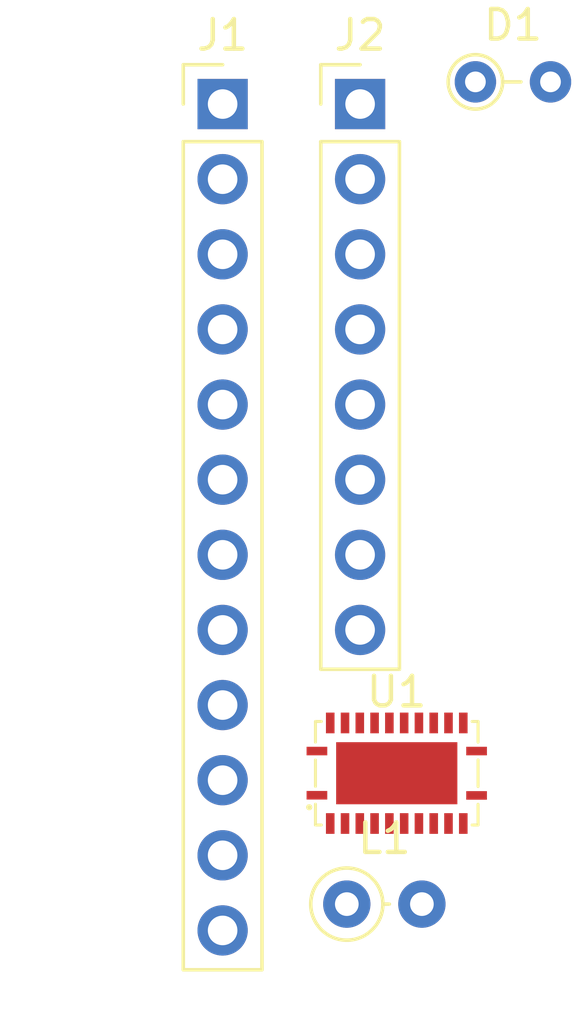
<source format=kicad_pcb>
(kicad_pcb (version 20240108) (generator "pcbnew") (generator_version "8.0")
  (layers (0 "F.Cu" signal) (31 "B.Cu" signal) (34 "B.Paste" user) (35 "F.Paste" user) (36 "B.SilkS" user "B.Silkscreen") (37 "F.SilkS" user "F.Silkscreen") (38 "B.Mask" user) (39 "F.Mask" user) (44 "Edge.Cuts" user))
  (net 0 "")
  (net 1 "/Trig")
  (net 2 "/Out")
  (net 3 "Net-(J1-Pin_7)")
  (net 4 "Net-(J1-Pin_8)")
  (net 5 "Net-(J1-Pin_5)")
  (net 6 "Net-(J1-Pin_12)")
  (net 7 "Net-(J1-Pin_9)")
  (net 8 "Net-(J1-Pin_4)")
  (net 9 "Net-(J1-Pin_10)")
  (net 10 "Net-(J1-Pin_2)")
  (net 11 "Net-(J1-Pin_6)")
  (net 12 "Net-(J1-Pin_1)")
  (net 13 "Net-(J1-Pin_3)")
  (net 14 "Net-(J1-Pin_11)")
  (net 15 "Net-(J2-Pin_4)")
  (net 16 "GND")
  (net 17 "Net-(J2-Pin_5)")
  (net 18 "Net-(J2-Pin_3)")
  (net 19 "Net-(J2-Pin_6)")
  (net 20 "VCC")
  (footprint "Connector_PinHeader_2.54mm:PinHeader_1x12_P2.54mm_Vertical" (layer "F.Cu") (at 74.558 35.294)
    (property "Reference" "J1" (at 0 -2.33 0) (layer "F.SilkS"))
    (property "Value" "Conn_01x12_Socket")
    (fp_line (start -1.33 -1.33) (end 0 -1.33) (stroke (width 0.12)) (layer "F.SilkS"))
    (fp_line (start -1.33 0) (end -1.33 -1.33) (stroke (width 0.12)) (layer "F.SilkS"))
    (fp_line (start -1.33 1.27) (end -1.33 29.27) (stroke (width 0.12)) (layer "F.SilkS"))
    (fp_line (start -1.33 1.27) (end 1.33 1.27) (stroke (width 0.12)) (layer "F.SilkS"))
    (fp_line (start -1.33 29.27) (end 1.33 29.27) (stroke (width 0.12)) (layer "F.SilkS"))
    (fp_line (start 1.33 1.27) (end 1.33 29.27) (stroke (width 0.12)) (layer "F.SilkS"))
    (pad "1" thru_hole rect (at 0 0) (size 1.7 1.7) (drill 1) (layers "*.Cu" "*.Mask") (net 12 "Net-(J1-Pin_1)"))
    (pad "2" thru_hole oval (at 0 2.54) (size 1.7 1.7) (drill 1) (layers "*.Cu" "*.Mask") (net 10 "Net-(J1-Pin_2)"))
    (pad "3" thru_hole oval (at 0 5.08) (size 1.7 1.7) (drill 1) (layers "*.Cu" "*.Mask") (net 13 "Net-(J1-Pin_3)"))
    (pad "4" thru_hole oval (at 0 7.62) (size 1.7 1.7) (drill 1) (layers "*.Cu" "*.Mask") (net 8 "Net-(J1-Pin_4)"))
    (pad "5" thru_hole oval (at 0 10.16) (size 1.7 1.7) (drill 1) (layers "*.Cu" "*.Mask") (net 5 "Net-(J1-Pin_5)"))
    (pad "6" thru_hole oval (at 0 12.7) (size 1.7 1.7) (drill 1) (layers "*.Cu" "*.Mask") (net 11 "Net-(J1-Pin_6)"))
    (pad "7" thru_hole oval (at 0 15.24) (size 1.7 1.7) (drill 1) (layers "*.Cu" "*.Mask") (net 3 "Net-(J1-Pin_7)"))
    (pad "8" thru_hole oval (at 0 17.78) (size 1.7 1.7) (drill 1) (layers "*.Cu" "*.Mask") (net 4 "Net-(J1-Pin_8)"))
    (pad "9" thru_hole oval (at 0 20.32) (size 1.7 1.7) (drill 1) (layers "*.Cu" "*.Mask") (net 7 "Net-(J1-Pin_9)"))
    (pad "10" thru_hole oval (at 0 22.86) (size 1.7 1.7) (drill 1) (layers "*.Cu" "*.Mask") (net 9 "Net-(J1-Pin_10)"))
    (pad "11" thru_hole oval (at 0 25.4) (size 1.7 1.7) (drill 1) (layers "*.Cu" "*.Mask") (net 14 "Net-(J1-Pin_11)"))
    (pad "12" thru_hole oval (at 0 27.94) (size 1.7 1.7) (drill 1) (layers "*.Cu" "*.Mask") (net 6 "Net-(J1-Pin_12)"))
  )
  (footprint "Resistor_THT:R_Axial_DIN0204_L3.6mm_D1.6mm_P2.54mm_Vertical" (layer "F.Cu") (at 83.108 34.544)
    (property "Reference" "D1" (at 1.27 -1.92 0) (layer "F.SilkS"))
    (property "Value" "D")
    (fp_line (start 0.92 0) (end 1.54 0) (stroke (width 0.12)) (layer "F.SilkS"))
    (fp_circle (center 0 0) (end 0.92 0) (stroke (width 0.12)) (fill none) (layer "F.SilkS"))
    (pad "1" thru_hole circle (at 0 0) (size 1.4 1.4) (drill 0.7) (layers "*.Cu" "*.Mask") (net 2 "/Out"))
    (pad "2" thru_hole oval (at 2.54 0) (size 1.4 1.4) (drill 0.7) (layers "*.Cu" "*.Mask") (net 1 "/Trig"))
  )
  (footprint "Inductor_THT:L_Axial_L5.3mm_D2.2mm_P2.54mm_Vertical_Vishay_IM-1" (layer "F.Cu") (at 78.758 62.344)
    (property "Reference" "L1" (at 1.27 -2.22 0) (layer "F.SilkS"))
    (property "Value" "L")
    (fp_line (start 1.22 0) (end 1.44 0) (stroke (width 0.12)) (layer "F.SilkS"))
    (fp_circle (center 0 0) (end 1.22 0) (stroke (width 0.12)) (fill none) (layer "F.SilkS"))
    (pad "1" thru_hole circle (at 0 0) (size 1.6 1.6) (drill 0.8) (layers "*.Cu" "*.Mask") (net 2 "/Out"))
    (pad "2" thru_hole oval (at 2.54 0) (size 1.6 1.6) (drill 0.8) (layers "*.Cu" "*.Mask") (net 16 "GND"))
  )
  (footprint "Connector_PinHeader_2.54mm:PinHeader_1x08_P2.54mm_Vertical" (layer "F.Cu") (at 79.208 35.294)
    (property "Reference" "J2" (at 0 -2.33 0) (layer "F.SilkS"))
    (property "Value" "Conn_01x08_Socket")
    (fp_line (start -1.33 -1.33) (end 0 -1.33) (stroke (width 0.12)) (layer "F.SilkS"))
    (fp_line (start -1.33 0) (end -1.33 -1.33) (stroke (width 0.12)) (layer "F.SilkS"))
    (fp_line (start -1.33 1.27) (end -1.33 19.11) (stroke (width 0.12)) (layer "F.SilkS"))
    (fp_line (start -1.33 1.27) (end 1.33 1.27) (stroke (width 0.12)) (layer "F.SilkS"))
    (fp_line (start -1.33 19.11) (end 1.33 19.11) (stroke (width 0.12)) (layer "F.SilkS"))
    (fp_line (start 1.33 1.27) (end 1.33 19.11) (stroke (width 0.12)) (layer "F.SilkS"))
    (pad "1" thru_hole rect (at 0 0) (size 1.7 1.7) (drill 1) (layers "*.Cu" "*.Mask") (net 1 "/Trig"))
    (pad "2" thru_hole oval (at 0 2.54) (size 1.7 1.7) (drill 1) (layers "*.Cu" "*.Mask") (net 2 "/Out"))
    (pad "3" thru_hole oval (at 0 5.08) (size 1.7 1.7) (drill 1) (layers "*.Cu" "*.Mask") (net 18 "Net-(J2-Pin_3)"))
    (pad "4" thru_hole oval (at 0 7.62) (size 1.7 1.7) (drill 1) (layers "*.Cu" "*.Mask") (net 15 "Net-(J2-Pin_4)"))
    (pad "5" thru_hole oval (at 0 10.16) (size 1.7 1.7) (drill 1) (layers "*.Cu" "*.Mask") (net 17 "Net-(J2-Pin_5)"))
    (pad "6" thru_hole oval (at 0 12.7) (size 1.7 1.7) (drill 1) (layers "*.Cu" "*.Mask") (net 19 "Net-(J2-Pin_6)"))
    (pad "7" thru_hole oval (at 0 15.24) (size 1.7 1.7) (drill 1) (layers "*.Cu" "*.Mask") (net 20 "VCC"))
    (pad "8" thru_hole oval (at 0 17.78) (size 1.7 1.7) (drill 1) (layers "*.Cu" "*.Mask") (net 16 "GND"))
  )
  (footprint "Package_DFN_QFN:DHVQFN-24_3.5x5.5mm_P0.5mm" (layer "F.Cu") (at 80.44775 57.919)
    (property "Reference" "U1" (at -0.007375 -2.75 0) (layer "F.SilkS"))
    (property "Value" "CD74HC4067M")
    (fp_line (start -2.75 -1.75) (end -2.75 -1.05) (stroke (width 0.1015)) (layer "F.SilkS"))
    (fp_line (start -2.75 -1.75) (end -2.55 -1.75) (stroke (width 0.1015)) (layer "F.SilkS"))
    (fp_line (start -2.75 -0.45) (end -2.75 0.445) (stroke (width 0.1015)) (layer "F.SilkS"))
    (fp_line (start -2.75 1.75) (end -2.75 1.0445) (stroke (width 0.1015)) (layer "F.SilkS"))
    (fp_line (start -2.55 1.75) (end -2.75 1.75) (stroke (width 0.1015)) (layer "F.SilkS"))
    (fp_line (start 2.55 -1.75) (end 2.75 -1.75) (stroke (width 0.1015)) (layer "F.SilkS"))
    (fp_line (start 2.75 -1.75) (end 2.75 -1.05) (stroke (width 0.1015)) (layer "F.SilkS"))
    (fp_line (start 2.75 -0.45) (end 2.75 0.45) (stroke (width 0.1015)) (layer "F.SilkS"))
    (fp_line (start 2.75 1.05) (end 2.75 1.75) (stroke (width 0.1015)) (layer "F.SilkS"))
    (fp_line (start 2.75 1.75) (end 2.55 1.75) (stroke (width 0.1015)) (layer "F.SilkS"))
    (fp_circle (center -2.96 1.15) (end -2.906 1.15) (stroke (width 0.1015)) (fill none) (layer "F.SilkS"))
    (pad "1" smd rect (at -2.7 0.7445 90) (size 0.29 0.7) (layers "F.Cu" "F.Paste" "F.Mask") (net 2 "/Out"))
    (pad "2" smd rect (at -2.25 1.7) (size 0.29 0.7) (layers "F.Cu" "F.Paste" "F.Mask") (net 4 "Net-(J1-Pin_8)"))
    (pad "3" smd rect (at -1.75 1.7) (size 0.29 0.7) (layers "F.Cu" "F.Paste" "F.Mask") (net 3 "Net-(J1-Pin_7)"))
    (pad "4" smd rect (at -1.25 1.7) (size 0.29 0.7) (layers "F.Cu" "F.Paste" "F.Mask") (net 11 "Net-(J1-Pin_6)"))
    (pad "5" smd rect (at -0.75 1.7) (size 0.29 0.7) (layers "F.Cu" "F.Paste" "F.Mask") (net 5 "Net-(J1-Pin_5)"))
    (pad "6" smd rect (at -0.25 1.7) (size 0.29 0.7) (layers "F.Cu" "F.Paste" "F.Mask") (net 8 "Net-(J1-Pin_4)"))
    (pad "7" smd rect (at 0.25 1.7) (size 0.29 0.7) (layers "F.Cu" "F.Paste" "F.Mask") (net 13 "Net-(J1-Pin_3)"))
    (pad "8" smd rect (at 0.75 1.7) (size 0.29 0.7) (layers "F.Cu" "F.Paste" "F.Mask") (net 10 "Net-(J1-Pin_2)"))
    (pad "9" smd rect (at 1.25 1.7) (size 0.29 0.7) (layers "F.Cu" "F.Paste" "F.Mask") (net 12 "Net-(J1-Pin_1)"))
    (pad "10" smd rect (at 1.75 1.7) (size 0.29 0.7) (layers "F.Cu" "F.Paste" "F.Mask") (net 18 "Net-(J2-Pin_3)"))
    (pad "11" smd rect (at 2.25 1.7) (size 0.29 0.7) (layers "F.Cu" "F.Paste" "F.Mask") (net 15 "Net-(J2-Pin_4)"))
    (pad "12" smd rect (at 2.7 0.75 90) (size 0.29 0.7) (layers "F.Cu" "F.Paste" "F.Mask") (net 16 "GND"))
    (pad "13" smd rect (at 2.7 -0.75 90) (size 0.29 0.7) (layers "F.Cu" "F.Paste" "F.Mask") (net 19 "Net-(J2-Pin_6)"))
    (pad "14" smd rect (at 2.25 -1.7 180) (size 0.29 0.7) (layers "F.Cu" "F.Paste" "F.Mask") (net 17 "Net-(J2-Pin_5)"))
    (pad "15" smd rect (at 1.75 -1.7 180) (size 0.29 0.7) (layers "F.Cu" "F.Paste" "F.Mask") (net 16 "GND"))
    (pad "16" smd rect (at 1.25 -1.7 180) (size 0.29 0.7) (layers "F.Cu" "F.Paste" "F.Mask"))
    (pad "17" smd rect (at 0.75 -1.7 180) (size 0.29 0.7) (layers "F.Cu" "F.Paste" "F.Mask"))
    (pad "18" smd rect (at 0.25 -1.7 180) (size 0.29 0.7) (layers "F.Cu" "F.Paste" "F.Mask"))
    (pad "19" smd rect (at -0.25 -1.7 180) (size 0.29 0.7) (layers "F.Cu" "F.Paste" "F.Mask"))
    (pad "20" smd rect (at -0.75 -1.7 180) (size 0.29 0.7) (layers "F.Cu" "F.Paste" "F.Mask") (net 6 "Net-(J1-Pin_12)"))
    (pad "21" smd rect (at -1.25 -1.7 180) (size 0.29 0.7) (layers "F.Cu" "F.Paste" "F.Mask") (net 14 "Net-(J1-Pin_11)"))
    (pad "22" smd rect (at -1.75 -1.7 180) (size 0.29 0.7) (layers "F.Cu" "F.Paste" "F.Mask") (net 9 "Net-(J1-Pin_10)"))
    (pad "23" smd rect (at -2.25 -1.7 180) (size 0.29 0.7) (layers "F.Cu" "F.Paste" "F.Mask") (net 7 "Net-(J1-Pin_9)"))
    (pad "24" smd rect (at -2.7 -0.75 270) (size 0.29 0.7) (layers "F.Cu" "F.Paste" "F.Mask") (net 20 "VCC"))
    (pad "25" smd rect (at 0 0) (size 4.1 2.1) (layers "F.Cu" "F.Paste" "F.Mask"))
  )
)
</source>
